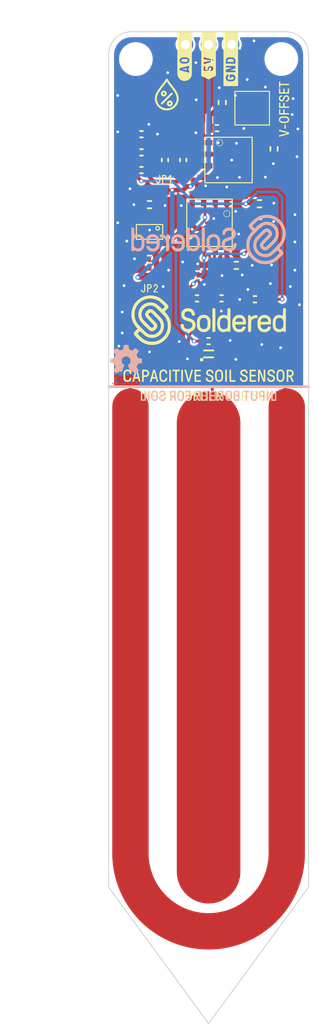
<source format=kicad_pcb>
(kicad_pcb (version 20211014) (generator pcbnew)
  (layers (0 "F.Cu" signal) (31 "B.Cu" signal) (34 "B.Paste" user) (35 "F.Paste" user) (36 "B.SilkS" user "B.Silkscreen") (37 "F.SilkS" user "F.Silkscreen") (38 "B.Mask" user) (39 "F.Mask" user) (44 "Edge.Cuts" user))
  (net 0 "")
  (net 1 "/Vsen")
  (net 2 "GND")
  (net 3 "Net-(C2-Pad2)")
  (net 4 "Net-(C7-Pad1)")
  (net 5 "3V3")
  (net 6 "Net-(C4-Pad2)")
  (net 7 "Net-(C5-Pad2)")
  (net 8 "Net-(D1-Pad1)")
  (net 9 "5V")
  (net 10 "Net-(R2-Pad2)")
  (net 12 "/Out")
  (net 13 "Net-(R3-Pad1)")
  (net 14 "Net-(R5-Pad2)")
  (net 15 "Net-(R6-Pad1)")
  (net 16 "Net-(R10-Pad1)")
  (net 17 "Net-(R10-Pad2)")
  (net 18 "Net-(U3-Pad6)")
  (footprint "e-radionica.com footprinti:0603R" (layer "F.Cu") (at 89.7125 63.3)
    (fp_text reference "R5")
    (fp_text value "10k")
    (pad "1" smd rect locked (at -0.775 0 90) (size 1 0.64) (layers "F.Cu" "F.Paste" "F.Mask") (net 1 "/Vsen"))
    (pad "2" smd rect locked (at 0.775 0 90) (size 1 0.64) (layers "F.Cu" "F.Paste" "F.Mask") (net 14 "Net-(R5-Pad2)"))
  )
  (footprint "e-radionica.com footprinti:0603C" (layer "F.Cu") (at 90.6 67.1)
    (fp_text reference "C5")
    (fp_text value "2.2uF")
    (pad "1" smd rect locked (at -0.73 0) (size 0.66 1) (layers "F.Cu" "F.Paste" "F.Mask") (net 2 "GND"))
    (pad "2" smd rect locked (at 0.73 0) (size 0.66 1) (layers "F.Cu" "F.Paste" "F.Mask") (net 7 "Net-(C5-Pad2)"))
  )
  (footprint "e-radionica.com footprinti:SMD_JUMPER" (layer "F.Cu") (at 90.6 75.1)
    (fp_text reference "JP2")
    (fp_text value "SMD_JUMPER")
    (pad "1" smd rect (at -0.35 0) (size 0.5 1) (layers "F.Cu" "F.Mask") (net 9 "5V"))
    (pad "2" smd rect (at 0.35 0) (size 0.5 1) (layers "F.Cu" "F.Mask") (net 5 "3V3"))
  )
  (footprint "buzzardLabel" (layer "F.Cu") (at 90.6 76.3)
    (fp_text reference "" (at 0 0) (layer "F.SilkS") (effects (font (size 1.27 1.27))))
    (fp_text value "" (at 0 0) (layer "F.SilkS") (effects (font (size 1.27 1.27))))
  )
  (footprint "buzzardLabel" (layer "F.Cu") (at 94.46 47.6 90)
    (fp_text reference "" (at 0 0.1 90) (layer "F.SilkS") (effects (font (size 1.27 1.27))))
    (fp_text value "" (at 0 0.1 90) (layer "F.SilkS") (effects (font (size 1.27 1.27))))
  )
  (footprint "e-radionica.com footprinti:0603C" (layer "F.Cu") (at 104.3 60.965 -90)
    (fp_text reference "C8")
    (fp_text value "100n")
    (pad "1" smd rect locked (at -0.73 0 270) (size 0.66 1) (layers "F.Cu" "F.Paste" "F.Mask") (net 9 "5V"))
    (pad "2" smd rect locked (at 0.73 0 270) (size 0.66 1) (layers "F.Cu" "F.Paste" "F.Mask") (net 2 "GND"))
  )
  (footprint "Soldered Graphics:Logo-Back-SolderedFULL-17mm" (layer "F.Cu") (at 97.1 70.93)
    (fp_text reference "REF**" hide)
    (fp_text value "Logo-Front-SolderedFULL-17mm" hide)
  )
  (footprint "e-radionica.com footprinti:0603R" (layer "F.Cu") (at 92.3 62.195 90)
    (fp_text reference "R11")
    (fp_text value "47k")
    (pad "1" smd rect locked (at -0.775 0 180) (size 1 0.64) (layers "F.Cu" "F.Paste" "F.Mask") (net 17 "Net-(R10-Pad2)"))
    (pad "2" smd rect locked (at 0.775 0 180) (size 1 0.64) (layers "F.Cu" "F.Paste" "F.Mask") (net 12 "/Out"))
  )
  (footprint "e-radionica.com footprinti:FIDUCIAL_23" (layer "F.Cu") (at 88.775 56.775)
    (fp_text reference "FD1")
    (fp_text value "FIDUCIAL")
    (fp_circle (center 0 0) (end 1 0) (layer "F.Cu") (width 0.2) (fill none))
    (pad "1" smd circle (at 0 0) (size 1 1) (layers "F.Cu" "F.Paste" "F.Mask") (clearance 1.1))
  )
  (footprint "e-radionica.com footprinti:0603R" (layer "F.Cu") (at 102.2 77.5 180)
    (fp_text reference "R1")
    (fp_text value "1M")
    (pad "1" smd rect locked (at -0.775 0 270) (size 1 0.64) (layers "F.Cu" "F.Paste" "F.Mask") (net 1 "/Vsen"))
    (pad "2" smd rect locked (at 0.775 0 270) (size 1 0.64) (layers "F.Cu" "F.Paste" "F.Mask") (net 2 "GND"))
  )
  (footprint "e-radionica.com footprinti:SMD-JUMPER-CONNECTED_TRACE_SLODERMASK" (layer "F.Cu") (at 92.2 65.5)
    (fp_text reference "JP1")
    (fp_text value "SMD-JUMPER-CONNECTED_TRACE_SLODERMASK")
    (fp_poly (pts (xy 0.1 0.1) (xy -0.1 0.1) (xy -0.1 -0.1) (xy 0.1 -0.1)) (layer "F.Cu") (width 0.1) (fill solid))
    (pad "1" smd rect (at -0.35 0) (size 0.5 1) (layers "F.Cu" "F.Mask") (net 7 "Net-(C5-Pad2)"))
    (pad "2" smd rect (at 0.35 0) (size 0.5 1) (layers "F.Cu" "F.Mask") (net 9 "5V"))
  )
  (footprint "e-radionica.com footprinti:0603C" (layer "F.Cu") (at 100.15 73.77 180)
    (fp_text reference "C3")
    (fp_text value "0.01uF")
    (pad "1" smd rect locked (at -0.73 0 180) (size 0.66 1) (layers "F.Cu" "F.Paste" "F.Mask") (net 2 "GND"))
    (pad "2" smd rect locked (at 0.73 0 180) (size 0.66 1) (layers "F.Cu" "F.Paste" "F.Mask") (net 5 "3V3"))
  )
  (footprint "e-radionica.com footprinti:SOIC−8" (layer "F.Cu") (at 97.2 69.1 -90)
    (fp_text reference "U1")
    (fp_text value "TLC555")
    (pad "1" smd rect locked (at -2.6 -1.905 270) (size 1.55 0.6) (layers "F.Cu" "F.Paste" "F.Mask") (net 2 "GND"))
    (pad "2" smd rect locked (at -2.6 -0.635 270) (size 1.55 0.6) (layers "F.Cu" "F.Paste" "F.Mask") (net 6 "Net-(C4-Pad2)"))
    (pad "3" smd rect locked (at -2.6 0.635 270) (size 1.55 0.6) (layers "F.Cu" "F.Paste" "F.Mask") (net 10 "Net-(R2-Pad2)"))
    (pad "4" smd rect locked (at -2.6 1.905 270) (size 1.55 0.6) (layers "F.Cu" "F.Paste" "F.Mask") (net 5 "3V3"))
    (pad "5" smd rect locked (at 2.6 1.905 270) (size 1.55 0.6) (layers "F.Cu" "F.Paste" "F.Mask") (net 3 "Net-(C2-Pad2)"))
    (pad "6" smd rect locked (at 2.6 0.635 270) (size 1.55 0.6) (layers "F.Cu" "F.Paste" "F.Mask") (net 6 "Net-(C4-Pad2)"))
    (pad "7" smd rect locked (at 2.6 -0.635 270) (size 1.55 0.6) (layers "F.Cu" "F.Paste" "F.Mask") (net 13 "Net-(R3-Pad1)"))
    (pad "8" smd rect locked (at 2.6 -1.905 270) (size 1.55 0.6) (layers "F.Cu" "F.Paste" "F.Mask") (net 5 "3V3"))
  )
  (footprint "e-radionica.com footprinti:0603C" (layer "F.Cu") (at 98.6 55.87 90)
    (fp_text reference "C7")
    (fp_text value "100n")
    (pad "1" smd rect locked (at -0.73 0 90) (size 0.66 1) (layers "F.Cu" "F.Paste" "F.Mask") (net 4 "Net-(C7-Pad1)"))
    (pad "2" smd rect locked (at 0.73 0 90) (size 0.66 1) (layers "F.Cu" "F.Paste" "F.Mask") (net 2 "GND"))
  )
  (footprint "e-radionica.com footprinti:SOD-323" (layer "F.Cu") (at 97.1 83.503198 180)
    (fp_text reference "D1")
    (fp_text value "BAT20J")
    (pad "1" smd rect locked (at -1.1 0 180) (size 0.8 0.5) (layers "F.Cu" "F.Paste" "F.Mask") (net 8 "Net-(D1-Pad1)"))
    (pad "2" smd rect locked (at 1.1 0 180) (size 0.8 0.5) (layers "F.Cu" "F.Paste" "F.Mask") (net 1 "/Vsen"))
  )
  (footprint "e-radionica.com footprinti:tc33x-2-103e" (layer "F.Cu") (at 101.9 56.5 90)
    (fp_text reference "R8")
    (fp_text value "tc33x-2-103e")
    (pad "1" smd rect (at -1 1.8 90) (size 1.2 1.2) (layers "F.Cu" "F.Paste" "F.Mask") (net 9 "5V"))
    (pad "2" smd rect (at 0 -1.45 90) (size 1.6 1.5) (layers "F.Cu" "F.Paste" "F.Mask") (net 4 "Net-(C7-Pad1)"))
    (pad "3" smd rect (at 1 1.8 90) (size 1.2 1.2) (layers "F.Cu" "F.Paste" "F.Mask") (net 2 "GND"))
  )
  (footprint "kibuzzard-6305B93F" (layer "F.Cu") (at 97.1 88.1)
    (fp_text reference "kibuzzard-6305B93F" hide)
    (fp_text value "G***" hide)
  )
  (footprint "e-radionica.com footprinti:0603R" (layer "F.Cu") (at 97.1 82.1 180)
    (fp_text reference "R2")
    (fp_text value "10K")
    (pad "1" smd rect locked (at -0.775 0 270) (size 1 0.64) (layers "F.Cu" "F.Paste" "F.Mask") (net 8 "Net-(D1-Pad1)"))
    (pad "2" smd rect locked (at 0.775 0 270) (size 1 0.64) (layers "F.Cu" "F.Paste" "F.Mask") (net 10 "Net-(R2-Pad2)"))
  )
  (footprint "buzzardLabel" (layer "F.Cu") (at 97.1 47.6 90)
    (fp_text reference "" (at 0 0 90) (layer "F.SilkS") (effects (font (size 1.27 1.27))))
    (fp_text value "" (at 0 0 90) (layer "F.SilkS") (effects (font (size 1.27 1.27))))
  )
  (footprint "kibuzzard-6305B80A" (layer "F.Cu") (at 97.1 85.9)
    (fp_text reference "kibuzzard-6305B80A" hide)
    (fp_text value "G***" hide)
  )
  (footprint "e-radionica.com footprinti:0603R" (layer "F.Cu") (at 95.825 77.4 180)
    (fp_text reference "R4")
    (fp_text value "1K6")
    (pad "1" smd rect locked (at -0.775 0 270) (size 1 0.64) (layers "F.Cu" "F.Paste" "F.Mask") (net 13 "Net-(R3-Pad1)"))
    (pad "2" smd rect locked (at 0.775 0 270) (size 1 0.64) (layers "F.Cu" "F.Paste" "F.Mask") (net 6 "Net-(C4-Pad2)"))
  )
  (footprint "e-radionica.com footprinti:0603R" (layer "F.Cu") (at 89.7125 61.36)
    (fp_text reference "R6")
    (fp_text value "47k")
    (pad "1" smd rect locked (at -0.775 0 90) (size 1 0.64) (layers "F.Cu" "F.Paste" "F.Mask") (net 15 "Net-(R6-Pad1)"))
    (pad "2" smd rect locked (at 0.775 0 90) (size 1 0.64) (layers "F.Cu" "F.Paste" "F.Mask") (net 14 "Net-(R5-Pad2)"))
  )
  (footprint "kibuzzard-623B1C7E" (layer "F.Cu") (at 105.4 56.6 90)
    (fp_text reference "kibuzzard-623B1C7E" hide)
    (fp_text value "G***" hide)
  )
  (footprint "e-radionica.com footprinti:0603R" (layer "F.Cu") (at 94.3 62.195 -90)
    (fp_text reference "R10")
    (fp_text value "100k")
    (pad "1" smd rect locked (at -0.775 0) (size 1 0.64) (layers "F.Cu" "F.Paste" "F.Mask") (net 16 "Net-(R10-Pad1)"))
    (pad "2" smd rect locked (at 0.775 0) (size 1 0.64) (layers "F.Cu" "F.Paste" "F.Mask") (net 17 "Net-(R10-Pad2)"))
  )
  (footprint "Soldered Graphics:Logo-Back-OSH-3.5mm" (layer "F.Cu") (at 88.03 84.09)
    (fp_text reference "G***" hide)
    (fp_text value "LOGO" hide)
  )
  (footprint "e-radionica.com footprinti:0603C" (layer "F.Cu") (at 90.6 73.1)
    (fp_text reference "C6")
    (fp_text value "2.2uF")
    (pad "1" smd rect locked (at -0.73 0) (size 0.66 1) (layers "F.Cu" "F.Paste" "F.Mask") (net 2 "GND"))
    (pad "2" smd rect locked (at 0.73 0) (size 0.66 1) (layers "F.Cu" "F.Paste" "F.Mask") (net 5 "3V3"))
  )
  (footprint "buzzardLabel" (layer "F.Cu") (at 99.54 47.6 90)
    (fp_text reference "" (at 0 0.1 90) (layer "F.SilkS") (effects (font (size 1.27 1.27))))
    (fp_text value "" (at 0 0.1 90) (layer "F.SilkS") (effects (font (size 1.27 1.27))))
  )
  (footprint "e-radionica.com footprinti:SOT-23-5" (layer "F.Cu") (at 90.6 70.1 -90)
    (fp_text reference "U2")
    (fp_text value "SE5218")
    (pad "1" smd rect (at -1.3 -0.95 270) (size 1.1 0.6) (layers "F.Cu" "F.Paste" "F.Mask") (net 7 "Net-(C5-Pad2)"))
    (pad "2" smd rect (at -1.3 0 270) (size 1.1 0.6) (layers "F.Cu" "F.Paste" "F.Mask") (net 2 "GND"))
    (pad "3" smd rect (at -1.3 0.95 270) (size 1.1 0.6) (layers "F.Cu" "F.Paste" "F.Mask") (net 7 "Net-(C5-Pad2)"))
    (pad "4" smd rect (at 1.3 0.95 270) (size 1.1 0.6) (layers "F.Cu" "F.Paste" "F.Mask"))
    (pad "5" smd rect (at 1.3 -0.95 270) (size 1.1 0.6) (layers "F.Cu" "F.Paste" "F.Mask") (net 5 "3V3"))
  )
  (footprint "Soldered Graphics:Symbol-Front-Humidity" (layer "F.Cu") (at 92.5 55)
    (fp_text reference "G***" hide)
    (fp_text value "LOGO" hide)
  )
  (footprint "e-radionica.com footprinti:0603R" (layer "F.Cu") (at 98.025 58.695)
    (fp_text reference "R9")
    (fp_text value "10k")
    (pad "1" smd rect locked (at -0.775 0 90) (size 1 0.64) (layers "F.Cu" "F.Paste" "F.Mask") (net 4 "Net-(C7-Pad1)"))
    (pad "2" smd rect locked (at 0.775 0 90) (size 1 0.64) (layers "F.Cu" "F.Paste" "F.Mask") (net 16 "Net-(R10-Pad1)"))
  )
  (footprint "e-radionica.com footprinti:0603C" (layer "F.Cu") (at 102.7 69.1 180)
    (fp_text reference "C4")
    (fp_text value "470pF")
    (pad "1" smd rect locked (at -0.73 0 180) (size 0.66 1) (layers "F.Cu" "F.Paste" "F.Mask") (net 2 "GND"))
    (pad "2" smd rect locked (at 0.73 0 180) (size 0.66 1) (layers "F.Cu" "F.Paste" "F.Mask") (net 6 "Net-(C4-Pad2)"))
  )
  (footprint "e-radionica.com footprinti:SOIC−8" (layer "F.Cu") (at 99.3 62.195)
    (fp_text reference "U3")
    (fp_text value "MC33202DR2G")
    (pad "1" smd rect (at -2.6 -1.905) (size 1.65 0.6) (layers "F.Cu" "F.Paste" "F.Mask") (net 12 "/Out"))
    (pad "2" smd rect (at -2.6 -0.635) (size 1.65 0.6) (layers "F.Cu" "F.Paste" "F.Mask") (net 16 "Net-(R10-Pad1)"))
    (pad "3" smd rect (at -2.6 0.635) (size 1.65 0.6) (layers "F.Cu" "F.Paste" "F.Mask") (net 14 "Net-(R5-Pad2)"))
    (pad "4" smd rect (at -2.6 1.905) (size 1.65 0.6) (layers "F.Cu" "F.Paste" "F.Mask") (net 2 "GND"))
    (pad "5" smd rect (at 2.6 1.905) (size 1.65 0.6) (layers "F.Cu" "F.Paste" "F.Mask") (net 2 "GND"))
    (pad "6" smd rect (at 2.6 0.635) (size 1.65 0.6) (layers "F.Cu" "F.Paste" "F.Mask") (net 18 "Net-(U3-Pad6)"))
    (pad "7" smd rect (at 2.6 -0.635) (size 1.65 0.6) (layers "F.Cu" "F.Paste" "F.Mask") (net 18 "Net-(U3-Pad6)"))
    (pad "8" smd rect (at 2.6 -1.905) (size 1.65 0.6) (layers "F.Cu" "F.Paste" "F.Mask") (net 9 "5V"))
  )
  (footprint "e-radionica.com footprinti:HOLE_3.2mm" (layer "F.Cu") (at 89.1 51.1)
    (fp_text reference "H1" hide)
    (fp_text value "HOLE_3.2mm" hide)
    (pad "" np_thru_hole circle locked (at 0 0) (size 3.2 3.2) (drill 3.2) (layers F&B.Cu *.Mask))
  )
  (footprint "buzzardLabel" (layer "F.Cu") (at 92.16 64.3)
    (fp_text reference "" (at 0 0) (layer "F.SilkS") (effects (font (size 1.27 1.27))))
    (fp_text value "" (at 0 0) (layer "F.SilkS") (effects (font (size 1.27 1.27))))
  )
  (footprint "e-radionica.com footprinti:0603R" (layer "F.Cu") (at 89.7125 59.36 180)
    (fp_text reference "R7")
    (fp_text value "100k")
    (pad "1" smd rect locked (at -0.775 0 270) (size 1 0.64) (layers "F.Cu" "F.Paste" "F.Mask") (net 2 "GND"))
    (pad "2" smd rect locked (at 0.775 0 270) (size 1 0.64) (layers "F.Cu" "F.Paste" "F.Mask") (net 15 "Net-(R6-Pad1)"))
  )
  (footprint "Soldered Graphics:Logo-Front-SolderedFULL-17mm" (layer "F.Cu") (at 97.1 79.8)
    (fp_text reference "REF**" hide)
    (fp_text value "Logo-Front-SolderedFULL-17mm" hide)
  )
  (footprint "e-radionica.com footprinti:HOLE_3.2mm" (layer "F.Cu") (at 105.1 51.1)
    (fp_text reference "H2" hide)
    (fp_text value "HOLE_3.2mm" hide)
    (pad "" np_thru_hole circle locked (at 0 0) (size 3.2 3.2) (drill 3.2) (layers F&B.Cu *.Mask))
  )
  (footprint "e-radionica.com footprinti:0603C" (layer "F.Cu") (at 95.925 74.8 180)
    (fp_text reference "C2")
    (fp_text value "10nF")
    (pad "1" smd rect locked (at -0.73 0 180) (size 0.66 1) (layers "F.Cu" "F.Paste" "F.Mask") (net 2 "GND"))
    (pad "2" smd rect locked (at 0.73 0 180) (size 0.66 1) (layers "F.Cu" "F.Paste" "F.Mask") (net 3 "Net-(C2-Pad2)"))
  )
  (footprint "e-radionica.com footprinti:0603C" (layer "F.Cu") (at 102.7 67)
    (fp_text reference "C1")
    (fp_text value "1uF")
    (pad "1" smd rect locked (at -0.73 0) (size 0.66 1) (layers "F.Cu" "F.Paste" "F.Mask") (net 1 "/Vsen"))
    (pad "2" smd rect locked (at 0.73 0) (size 0.66 1) (layers "F.Cu" "F.Paste" "F.Mask") (net 2 "GND"))
  )
  (footprint "e-radionica.com footprinti:0603R" (layer "F.Cu") (at 98.525 77.4)
    (fp_text reference "R3")
    (fp_text value "330R")
    (pad "1" smd rect locked (at -0.775 0 90) (size 1 0.64) (layers "F.Cu" "F.Paste" "F.Mask") (net 13 "Net-(R3-Pad1)"))
    (pad "2" smd rect locked (at 0.775 0 90) (size 1 0.64) (layers "F.Cu" "F.Paste" "F.Mask") (net 5 "3V3"))
  )
  (footprint "e-radionica.com footprinti:HEADER_MALE_3X1" (layer "B.Cu") (at 97.1 49.5)
    (fp_text reference "K1")
    (fp_text value "HEADER_MALE_3X1")
    (pad "1" thru_hole circle (at -2.54 0) (size 1.7 1.7) (drill 1) (layers *.Cu *.Mask) (net 12 "/Out"))
    (pad "2" thru_hole circle (at 0 0) (size 1.7 1.7) (drill 1) (layers *.Cu *.Mask) (net 9 "5V"))
    (pad "3" thru_hole circle (at 2.54 0) (size 1.7 1.7) (drill 1) (layers *.Cu *.Mask) (net 2 "GND"))
  )
  (footprint "Soldered Graphics:Version1.2.2." (layer "B.Cu") (at 87.9 86.425 180)
    (fp_text reference "REF**" hide)
    (fp_text value "Version1.2.2." hide)
    (fp_poly (pts (xy -0.41 -0.38) (xy -0.36 -0.38) (xy -0.3 -0.37) (xy -0.3 -0.33) (xy -0.3 -0.27) (xy -0.34 -0.26) (xy -0.39 -0.26) (xy -0.42 -0.29) (xy -0.42 -0.34) (xy -0.41 -0.38)) (layer "B.Cu") (width 0.01) (fill solid))
    (fp_poly (pts (xy 1.27 -0.38) (xy 1.32 -0.38) (xy 1.38 -0.37) (xy 1.38 -0.33) (xy 1.38 -0.27) (xy 1.34 -0.26) (xy 1.29 -0.26) (xy 1.26 -0.29) (xy 1.26 -0.34) (xy 1.27 -0.38)) (layer "B.Cu") (width 0.01) (fill solid))
    (fp_poly (pts (xy 0.75 -0.35) (xy 1.08 -0.35) (xy 1.12 -0.33) (xy 1.12 -0.28) (xy 1.08 -0.27) (xy 0.86 -0.27) (xy 0.87 -0.23) (xy 1.04 -0.02) (xy 1.07 0.03) (xy 1.09 0.08) (xy 1.11 0.13) (xy 1.11 0.18) (xy 1.1 0.24) (xy 1.09 0.29) (xy 1.06 0.32) (xy 1.01 0.36) (xy 0.96 0.38) (xy 0.9 0.38) (xy 0.84 0.36) (xy 0.8 0.32) (xy 0.77 0.29) (xy 0.75 0.24) (xy 0.74 0.19) (xy 0.75 0.14) (xy 0.81 0.14) (xy 0.83 0.18) (xy 0.84 0.23) (xy 0.87 0.27) (xy 0.92 0.29) (xy 0.97 0.29) (xy 1.01 0.24) (xy 1.02 0.19) (xy 1.01 0.14) (xy 1 0.09) (xy 0.97 0.04) (xy 0.76 -0.21) (xy 0.73 -0.26) (xy 0.73 -0.31) (xy 0.75 -0.35)) (layer "B.Cu") (width 0.01) (fill solid))
    (fp_poly (pts (xy -1.29 -0.35) (xy -1.23 -0.35) (xy -1.21 -0.31) (xy -1.05 0.1) (xy -1.07 0.13) (xy -1.13 0.13) (xy -1.15 0.1) (xy -1.24 -0.16) (xy -1.26 -0.21) (xy -1.29 -0.17) (xy -1.37 0.09) (xy -1.4 0.13) (xy -1.46 0.13) (xy -1.48 0.1) (xy -1.32 -0.31) (xy -1.29 -0.35)) (layer "B.Cu") (width 0.01) (fill solid))
    (fp_poly (pts (xy 0.43 -0.38) (xy 0.48 -0.38) (xy 0.54 -0.37) (xy 0.54 -0.33) (xy 0.54 -0.27) (xy 0.5 -0.26) (xy 0.45 -0.26) (xy 0.42 -0.29) (xy 0.42 -0.34) (xy 0.43 -0.38)) (layer "B.Cu") (width 0.01) (fill solid))
    (fp_poly (pts (xy -0.63 -0.35) (xy -0.58 -0.35) (xy -0.56 -0.31) (xy -0.56 0.35) (xy -0.6 0.38) (xy -0.65 0.38) (xy -0.69 0.34) (xy -0.8 0.22) (xy -0.82 0.17) (xy -0.79 0.16) (xy -0.7 0.22) (xy -0.66 0.23) (xy -0.66 -0.31) (xy -0.63 -0.35)) (layer "B.Cu") (width 0.01) (fill solid))
    (fp_poly (pts (xy -0.09 -0.35) (xy 0.24 -0.35) (xy 0.28 -0.33) (xy 0.28 -0.28) (xy 0.24 -0.27) (xy 0.02 -0.27) (xy 0.03 -0.23) (xy 0.2 -0.02) (xy 0.23 0.03) (xy 0.25 0.08) (xy 0.27 0.13) (xy 0.27 0.18) (xy 0.26 0.24) (xy 0.25 0.29) (xy 0.22 0.32) (xy 0.17 0.36) (xy 0.12 0.38) (xy 0.06 0.38) (xy 0 0.36) (xy -0.04 0.32) (xy -0.07 0.29) (xy -0.09 0.24) (xy -0.1 0.19) (xy -0.09 0.14) (xy -0.03 0.14) (xy -0.01 0.18) (xy 0 0.23) (xy 0.03 0.27) (xy 0.08 0.29) (xy 0.13 0.29) (xy 0.17 0.24) (xy 0.18 0.19) (xy 0.17 0.14) (xy 0.16 0.09) (xy 0.13 0.04) (xy -0.08 -0.21) (xy -0.11 -0.26) (xy -0.11 -0.31) (xy -0.09 -0.35)) (layer "B.Cu") (width 0.01) (fill solid))
  )
  (footprint "kibuzzard-6305B93F" (layer "B.Cu") (at 97.1 88.1 180)
    (fp_text reference "kibuzzard-6305B93F" hide)
    (fp_text value "G***" hide)
  )
  (gr_line (start 97.1 140.4) (end 97.1 91.1) (layer "F.Cu") (width 7))
  (gr_line (start 105.7 138.069599) (end 105.7 89.3) (layer "F.Cu") (width 4))
  (gr_line (start 88.5 138.069599) (end 88.5 89.3) (layer "F.Cu") (width 4))
  (gr_arc (start 105.699997 138.569597) (mid 96.849125 146.949669) (end 88.5 138.069599) (layer "F.Cu") (width 4))
  (gr_line (start 86.2 87.1) (end 108.1 87.1) (layer "B.SilkS") (width 0.3))
  (gr_line (start 86.1 87.1) (end 108.1 87.1) (layer "F.SilkS") (width 0.3))
  (gr_line (start 88.6 48.1) (end 105.6 48.1) (layer "Edge.Cuts") (width 0.1))
  (gr_arc (start 105.6 48.1) (mid 107.367767 48.832233) (end 108.1 50.6) (layer "Edge.Cuts") (width 0.1))
  (gr_line (start 97.1 157.1) (end 86.1 142.1) (layer "Edge.Cuts") (width 0.1))
  (gr_line (start 108.1 50.6) (end 108.1 142.1) (layer "Edge.Cuts") (width 0.1))
  (gr_arc (start 86.1 50.6) (mid 86.832233 48.832233) (end 88.6 48.1) (layer "Edge.Cuts") (width 0.1))
  (gr_line (start 86.1 142.1) (end 86.1 50.6) (layer "Edge.Cuts") (width 0.1))
  (gr_line (start 97.1 157.1) (end 108.1 142.1) (layer "Edge.Cuts") (width 0.1))
  (segment (start 88.9375 63.7375) (end 89.7 64.5) (width 0.4) (layer "F.Cu") (net 1))
  (segment (start 96 80.4) (end 94.900489 81.499511) (width 0.3) (layer "F.Cu") (net 1))
  (segment (start 95.403198 83.503198) (end 96 83.503198) (width 0.3) (layer "F.Cu") (net 1))
  (segment (start 94.900489 81.499511) (end 94.900489 83.000489) (width 0.3) (layer "F.Cu") (net 1))
  (segment (start 88.9375 63.3) (end 88.9375 63.7375) (width 0.4) (layer "F.Cu") (net 1))
  (segment (start 105.2 77.5) (end 102.975 77.5) (width 0.3) (layer "F.Cu") (net 1))
  (segment (start 101.56 80.4) (end 96 80.4) (width 0.3) (layer "F.Cu") (net 1))
  (segment (start 102.975 77.5) (end 102.975 78.985) (width 0.3) (layer "F.Cu") (net 1))
  (segment (start 94.900489 83.000489) (end 95.403198 83.503198) (width 0.3) (layer "F.Cu") (net 1))
  (segment (start 102.975 78.985) (end 101.56 80.4) (width 0.3) (layer "F.Cu") (net 1))
  (segment (start 101.97 67) (end 101.2 67) (width 0.3) (layer "F.Cu") (net 1))
  (via (at 105.2 77.5) (size 0.5) (drill 0.3) (layers "F.Cu" "B.Cu") (net 1))
  (via (at 101.2 67) (size 0.5) (drill 0.3) (layers "F.Cu" "B.Cu") (net 1))
  (via (at 89.7 64.5) (size 0.5) (drill 0.3) (layers "F.Cu" "B.Cu") (net 1))
  (segment (start 105.2 77.5) (end 105.2 66.3) (width 0.3) (layer "B.Cu") (net 1))
  (segment (start 102.5 65.7) (end 101.2 67) (width 0.3) (layer "B.Cu") (net 1))
  (segment (start 93.1 64.5) (end 89.7 64.5) (width 0.3) (layer "B.Cu") (net 1))
  (segment (start 104.6 65.7) (end 102.5 65.7) (width 0.3) (layer "B.Cu") (net 1))
  (segment (start 105.2 66.3) (end 104.6 65.7) (width 0.3) (layer "B.Cu") (net 1))
  (segment (start 101.2 67) (end 95.6 67) (width 0.3) (layer "B.Cu") (net 1))
  (segment (start 95.6 67) (end 93.1 64.5) (width 0.3) (layer "B.Cu") (net 1))
  (segment (start 105.5 89.9) (end 105.5 84.5) (width 0.3) (layer "F.Cu") (net 2))
  (segment (start 88.5 84.3) (end 88.5 89.7) (width 0.3) (layer "F.Cu") (net 2))
  (via (at 98.5 78.8) (size 0.5) (drill 0.3) (layers "F.Cu" "B.Cu") (net 2))
  (via (at 98.575 74.9) (size 0.5) (drill 0.3) (layers "F.Cu" "B.Cu") (net 2))
  (via (at 95.74 55.58) (size 0.5) (drill 0.3) (layers "F.Cu" "B.Cu") (net 2))
  (via (at 95.7 51.5) (size 0.5) (drill 0.3) (layers "F.Cu" "B.Cu") (net 2))
  (via (at 90.525 58.275) (size 0.5) (drill 0.3) (layers "F.Cu" "B.Cu") (net 2))
  (via (at 92.7 74.3) (size 0.5) (drill 0.3) (layers "F.Cu" "B.Cu") (net 2))
  (via (at 100.08 67.84) (size 0.5) (drill 0.3) (layers "F.Cu" "B.Cu") (net 2))
  (via (at 100.1 84.1) (size 0.5) (drill 0.3) (layers "F.Cu" "B.Cu") (net 2))
  (via (at 95.9 73.6) (size 0.5) (drill 0.3) (layers "F.Cu" "B.Cu") (net 2))
  (via (at 92.3 67.2) (size 0.5) (drill 0.3) (layers "F.Cu" "B.Cu") (net 2))
  (via (at 101.35 53.35) (size 0.5) (drill 0.3) (layers "F.Cu" "B.Cu") (net 2))
  (via (at 87.1 69.1) (size 0.5) (drill 0.3) (layers "F.Cu" "B.Cu") (net 2))
  (via (at 87.1 59.1) (size 0.5) (drill 0.3) (layers "F.Cu" "B.Cu") (net 2))
  (via (at 103.35 54.175) (size 0.5) (drill 0.3) (layers "F.Cu" "B.Cu") (net 2))
  (via (at 106.6 74.3) (size 0.5) (drill 0.3) (layers "F.Cu" "B.Cu") (net 2))
  (via (at 91.475 59.35) (size 0.5) (drill 0.3) (layers "F.Cu" "B.Cu") (net 2))
  (via (at 104.26 68.95) (size 0.5) (drill 0.3) (layers "F.Cu" "B.Cu") (net 2))
  (via (at 101.425 76.425) (size 0.5) (drill 0.3) (layers "F.Cu" "B.Cu") (net 2))
  (via (at 99.64 62.2) (size 0.5) (drill 0.3) (layers "F.Cu" "B.Cu") (net 2))
  (via (at 100.525 77.525) (size 0.5) (drill 0.3) (layers "F.Cu" "B.Cu") (net 2))
  (via (at 100.17 60.36) (size 0.5) (drill 0.3) (layers "F.Cu" "B.Cu") (net 2))
  (via (at 94.1 67.2) (size 0.5) (drill 0.3) (layers "F.Cu" "B.Cu") (net 2))
  (via (at 96.625 75.875) (size 0.5) (drill 0.3) (layers "F.Cu" "B.Cu") (net 2))
  (via (at 104.225 62.6) (size 0.5) (drill 0.3) (layers "F.Cu" "B.Cu") (net 2))
  (via (at 100.05 55.1) (size 0.5) (drill 0.3) (layers "F.Cu" "B.Cu") (net 2))
  (via (at 92.1 76.1) (size 0.5) (drill 0.3) (layers "F.Cu" "B.Cu") (net 2))
  (via (at 106.1 76.1) (size 0.5) (drill 0.3) (layers "F.Cu" "B.Cu") (net 2))
  (via (at 95.7 59.2) (size 0.5) (drill 0.3) (layers "F.Cu" "B.Cu") (net 2))
  (via (at 92.6 52.6) (size 0.5) (drill 0.3) (layers "F.Cu" "B.Cu") (net 2))
  (via (at 106.925 58.775) (size 0.5) (drill 0.3) (layers "F.Cu" "B.Cu") (net 2))
  (via (at 96.775 65.025) (size 0.5) (drill 0.3) (layers "F.Cu" "B.Cu") (net 2))
  (via (at 88.45 65.35) (size 0.5) (drill 0.3) (layers "F.Cu" "B.Cu") (net 2))
  (via (at 106.4 55.45) (size 0.5) (drill 0.3) (layers "F.Cu" "B.Cu") (net 2))
  (via (at 102.1 49.1) (size 0.5) (drill 0.3) (layers "F.Cu" "B.Cu") (net 2))
  (via (at 88.95 73.05) (size 0.5) (drill 0.3) (layers "F.Cu" "B.Cu") (net 2))
  (via (at 87.1 55.1) (size 0.5) (drill 0.3) (layers "F.Cu" "B.Cu") (net 2))
  (via (at 99.475 82.025) (size 0.5) (drill 0.3) (layers "F.Cu" "B.Cu") (net 2))
  (via (at 101.9 73.775) (size 0.5) (drill 0.3) (layers "F.Cu" "B.Cu") (net 2))
  (via (at 87.8 76) (size 0.5) (drill 0.3) (layers "F.Cu" "B.Cu") (net 2))
  (via (at 87.6 78.9) (size 0.5) (drill 0.3) (layers "F.Cu" "B.Cu") (net 2))
  (via (at 88.875 67.1) (size 0.5) (drill 0.3) (layers "F.Cu" "B.Cu") (net 2))
  (via (at 104.28 66.94) (size 0.5) (drill 0.3) (layers "F.Cu" "B.Cu") (net 2))
  (via (at 88.1 71.1) (size 0.5) (drill 0.3) (layers "F.Cu" "B.Cu") (net 2))
  (via (at 94.775 84.05) (size 0.5) (drill 0.3) (layers "F.Cu" "B.Cu") (net 2))
  (via (at 94.25 73.4) (size 0.5) (drill 0.3) (layers "F.Cu" "B.Cu") (net 2))
  (via (at 87.225 82.65) (size 0.5) (drill 0.3) (layers "F.Cu" "B.Cu") (net 2))
  (via (at 93.875 82.15) (size 0.5) (drill 0.3) (layers "F.Cu" "B.Cu") (net 2))
  (via (at 106.6 68.2) (size 0.5) (drill 0.3) (layers "F.Cu" "B.Cu") (net 2))
  (via (at 90.6 83.275) (size 0.5) (drill 0.3) (layers "F.Cu" "B.Cu") (net 2))
  (via (at 98.275 54.25) (size 0.5) (drill 0.3) (layers "F.Cu" "B.Cu") (net 2))
  (via (at 106.3 57.2) (size 0.5) (drill 0.3) (layers "F.Cu" "B.Cu") (net 2))
  (via (at 103.9 75.775) (size 0.5) (drill 0.3) (layers "F.Cu" "B.Cu") (net 2))
  (via (at 90.61 69.89) (size 0.5) (drill 0.3) (layers "F.Cu" "B.Cu") (net 2))
  (via (at 103.35 64.075) (size 0.5) (drill 0.3) (layers "F.Cu" "B.Cu") (net 2))
  (via (at 106.825 61.825) (size 0.5) (drill 0.3) (layers "F.Cu" "B.Cu") (net 2))
  (via (at 100.5 64.1) (size 0.5) (drill 0.3) (layers "F.Cu" "B.Cu") (net 2))
  (via (at 99.1 65.15) (size 0.5) (drill 0.3) (layers "F.Cu" "B.Cu") (net 2))
  (via (at 100.41 70.33) (size 0.5) (drill 0.3) (layers "F.Cu" "B.Cu") (net 2))
  (via (at 105.025 82.825) (size 0.5) (drill 0.3) (layers "F.Cu" "B.Cu") (net 2))
  (via (at 100.98 58.73) (size 0.5) (drill 0.3) (layers "F.Cu" "B.Cu") (net 2))
  (via (at 106.6 71.2) (size 0.5) (drill 0.3) (layers "F.Cu" "B.Cu") (net 2))
  (via (at 98.15 60.29) (size 0.5) (drill 0.3) (layers "F.Cu" "B.Cu") (net 2))
  (via (at 102.95 82.475) (size 0.5) (drill 0.3) (layers "F.Cu" "B.Cu") (net 2))
  (via (at 104.025 73.725) (size 0.5) (drill 0.3) (layers "F.Cu" "B.Cu") (net 2))
  (via (at 87.6 81.2) (size 0.5) (drill 0.3) (layers "F.Cu" "B.Cu") (net 2))
  (via (at 98.075 64.125) (size 0.5) (drill 0.3) (layers "F.Cu" "B.Cu") (net 2))
  (via (at 100.8 74.825) (size 0.5) (drill 0.3) (layers "F.Cu" "B.Cu") (net 2))
  (via (at 107.1 78.1) (size 0.5) (drill 0.3) (layers "F.Cu" "B.Cu") (net 2))
  (via (at 97.67 68.63) (size 0.5) (drill 0.3) (layers "F.Cu" "B.Cu") (net 2))
  (segment (start 95.195 74.8) (end 95.195 71.8) (width 0.3) (layer "F.Cu") (net 3))
  (segment (start 98.6 56.6) (end 100.35 56.6) (width 0.5) (layer "F.Cu") (net 4))
  (segment (start 97.97 56.6) (end 98.6 56.6) (width 0.5) (layer "F.Cu") (net 4))
  (segment (start 97.25 58.695) (end 97.25 57.32) (width 0.5) (layer "F.Cu") (net 4))
  (segment (start 100.35 56.6) (end 100.45 56.5) (width 0.5) (layer "F.Cu") (net 4))
  (segment (start 97.25 57.32) (end 97.97 56.6) (width 0.5) (layer "F.Cu") (net 4))
  (segment (start 99.375 77.325) (end 99.375 73.815) (width 0.5) (layer "F.Cu") (net 5))
  (segment (start 99.105 70.48) (end 98.375 69.75) (width 0.5) (layer "F.Cu") (net 5))
  (segment (start 95.295 69.295) (end 95.295 68.73) (width 0.5) (layer "F.Cu") (net 5))
  (segment (start 91.325 73.105) (end 91.33 73.1) (width 0.5) (layer "F.Cu") (net 5))
  (segment (start 99.105 71.7) (end 99.105 70.48) (width 0.5) (layer "F.Cu") (net 5))
  (segment (start 95.295 68.73) (end 92.625 71.4) (width 0.5) (layer "F.Cu") (net 5))
  (segment (start 99.3 77.4) (end 99.375 77.325) (width 0.5) (layer "F.Cu") (net 5))
  (segment (start 91.55 72.075) (end 91.3 72.325) (width 0.5) (layer "F.Cu") (net 5))
  (segment (start 90.95 75.1) (end 91.325 74.725) (width 0.5) (layer "F.Cu") (net 5))
  (segment (start 98.375 69.75) (end 95.75 69.75) (width 0.5) (layer "F.Cu") (net 5))
  (segment (start 99.375 73.815) (end 99.42 73.77) (width 0.5) (layer "F.Cu") (net 5))
  (segment (start 95.295 66.5) (end 95.295 68.73) (width 0.5) (layer "F.Cu") (net 5))
  (segment (start 99.1 72.85) (end 99.1 71.705) (width 0.5) (layer "F.Cu") (net 5))
  (segment (start 99.42 73.77) (end 99.42 73.17) (width 0.5) (layer "F.Cu") (net 5))
  (segment (start 91.3 72.325) (end 91.3 73.07) (width 0.5) (layer "F.Cu") (net 5))
  (segment (start 99.1 71.705) (end 99.105 71.7) (width 0.5) (layer "F.Cu") (net 5))
  (segment (start 91.325 74.725) (end 91.325 73.105) (width 0.5) (layer "F.Cu") (net 5))
  (segment (start 92.625 71.4) (end 91.55 71.4) (width 0.5) (layer "F.Cu") (net 5))
  (segment (start 95.75 69.75) (end 95.295 69.295) (width 0.5) (layer "F.Cu") (net 5))
  (segment (start 91.55 71.4) (end 91.55 72.075) (width 0.5) (layer "F.Cu") (net 5))
  (segment (start 99.42 73.17) (end 99.1 72.85) (width 0.5) (layer "F.Cu") (net 5))
  (segment (start 91.3 73.07) (end 91.33 73.1) (width 0.5) (layer "F.Cu") (net 5))
  (segment (start 97.835 66.5) (end 97.835 67.315) (width 0.3) (layer "F.Cu") (net 6))
  (segment (start 101.97 69.1) (end 101.97 71.53) (width 0.3) (layer "F.Cu") (net 6))
  (segment (start 96.59 72.96) (end 96.59 71.725) (width 0.3) (layer "F.Cu") (net 6))
  (segment (start 95.425 75.8) (end 95.05 76.175) (width 0.3) (layer "F.Cu") (net 6))
  (segment (start 101.97 71.53) (end 101 72.5) (width 0.3) (layer "F.Cu") (net 6))
  (segment (start 99.62 69.1) (end 101.97 69.1) (width 0.3) (layer "F.Cu") (net 6))
  (segment (start 95.05 76.175) (end 95.05 77.4) (width 0.3) (layer "F.Cu") (net 6))
  (segment (start 97.835 67.315) (end 99.62 69.1) (width 0.3) (layer "F.Cu") (net 6))
  (via (at 96.59 72.96) (size 0.5) (drill 0.3) (layers "F.Cu" "B.Cu") (net 6))
  (via (at 95.425 75.8) (size 0.5) (drill 0.3) (layers "F.Cu" "B.Cu") (net 6))
  (via (at 101 72.5) (size 0.5) (drill 0.3) (layers "F.Cu" "B.Cu") (net 6))
  (segment (start 96.59 74.635) (end 95.425 75.8) (width 0.3) (layer "B.Cu") (net 6))
  (segment (start 101 72.5) (end 97.05 72.5) (width 0.3) (layer "B.Cu") (net 6))
  (segment (start 97.05 72.5) (end 96.59 72.96) (width 0.3) (layer "B.Cu") (net 6))
  (segment (start 96.59 72.96) (end 96.59 74.635) (width 0.3) (layer "B.Cu") (net 6))
  (segment (start 91.4 67.17) (end 91.33 67.1) (width 0.3) (layer "F.Cu") (net 7))
  (segment (start 91.55 70.05) (end 91.55 68.8) (width 0.254) (layer "F.Cu") (net 7))
  (segment (start 89.65 70.073489) (end 90.086511 70.51) (width 0.254) (layer "F.Cu") (net 7))
  (segment (start 89.65 68.8) (end 89.65 70.073489) (width 0.254) (layer "F.Cu") (net 7))
  (segment (start 91.4 68.65) (end 91.4 67.17) (width 0.3) (layer "F.Cu") (net 7))
  (segment (start 91.33 67.1) (end 91.33 66.02) (width 0.3) (layer "F.Cu") (net 7))
  (segment (start 91.55 68.8) (end 91.4 68.65) (width 0.3) (layer "F.Cu") (net 7))
  (segment (start 91.33 66.02) (end 91.85 65.5) (width 0.3) (layer "F.Cu") (net 7))
  (segment (start 90.086511 70.51) (end 91.09 70.51) (width 0.254) (layer "F.Cu") (net 7))
  (segment (start 91.09 70.51) (end 91.55 70.05) (width 0.254) (layer "F.Cu") (net 7))
  (segment (start 98.2 85.4) (end 97.5 86.1) (width 0.3) (layer "F.Cu") (net 8))
  (segment (start 98.2 82.425) (end 97.875 82.1) (width 0.3) (layer "F.Cu") (net 8))
  (segment (start 97.5 86.1) (end 97.5 90.8) (width 0.3) (layer "F.Cu") (net 8))
  (segment (start 98.2 83.503198) (end 98.2 82.425) (width 0.3) (layer "F.Cu") (net 8))
  (segment (start 98.2 83.503198) (end 98.2 85.4) (width 0.3) (layer "F.Cu") (net 8))
  (segment (start 94.307569 65.5) (end 94.707569 65.1) (width 0.5) (layer "F.Cu") (net 9))
  (segment (start 104.245 60.29) (end 104.3 60.235) (width 0.5) (layer "F.Cu") (net 9))
  (segment (start 97.1 49.5) (end 97.1 50.475) (width 0.5) (layer "F.Cu") (net 9))
  (segment (start 103.7 57.5) (end 103.7 58.65) (width 0.5) (layer "F.Cu") (net 9))
  (segment (start 97.1 50.475) (end 102.225 55.6) (width 0.5) (layer "F.Cu") (net 9))
  (segment (start 102.225 57) (end 102.725 57.5) (width 0.5) (layer "F.Cu") (net 9))
  (segment (start 104.3 59.25) (end 104.3 60.235) (width 0.5) (layer "F.Cu") (net 9))
  (segment (start 92.55 65.5) (end 93.1 65.5) (width 0.3) (layer "F.Cu") (net 9))
  (segment (start 90.25 75.1) (end 89.3 75.1) (width 0.5) (layer "F.Cu") (net 9))
  (segment (start 102.225 55.6) (end 102.225 57) (width 0.5) (layer "F.Cu") (net 9))
  (segment (start 94.707569 65.1) (end 95.1 65.1) (width 0.5) (layer "F.Cu") (net 9))
  (segment (start 101.9 60.29) (end 104.245 60.29) (width 0.5) (layer "F.Cu") (net 9))
  (segment (start 93.1 65.5) (end 94.307569 65.5) (width 0.5) (layer "F.Cu") (net 9))
  (segment (start 102.725 57.5) (end 103.7 57.5) (width 0.5) (layer "F.Cu") (net 9))
  (segment (start 103.7 58.65) (end 104.3 59.25) (width 0.5) (layer "F.Cu") (net 9))
  (via (at 93.1 65.5) (size 0.5) (drill 0.3) (layers "F.Cu" "B.Cu") (net 9))
  (via (at 89.3 75.1) (size 0.5) (drill 0.3) (layers "F.Cu" "B.Cu") (net 9))
  (via (at 95.1 65.1) (size 0.5) (drill 0.3) (layers "F.Cu" "B.Cu") (net 9))
  (segment (start 97.1 63.1) (end 97.1 49.5) (width 0.5) (layer "B.Cu") (net 9))
  (segment (start 93.1 71.3) (end 93.1 65.5) (width 0.5) (layer "B.Cu") (net 9))
  (segment (start 89.3 75.1) (end 93.1 71.3) (width 0.5) (layer "B.Cu") (net 9))
  (segment (start 95.1 65.1) (end 97.1 63.1) (width 0.5) (layer "B.Cu") (net 9))
  (segment (start 96.7 68.5) (end 96.7 66.635) (width 0.3) (layer "F.Cu") (net 10))
  (segment (start 95.5 82.1) (end 96.325 82.1) (width 0.3) (layer "F.Cu") (net 10))
  (segment (start 96.7 66.635) (end 96.565 66.5) (width 0.3) (layer "F.Cu") (net 10))
  (via (at 95.5 82.1) (size 0.5) (drill 0.3) (layers "F.Cu" "B.Cu") (net 10))
  (via (at 96.7 68.5) (size 0.5) (drill 0.3) (layers "F.Cu" "B.Cu") (net 10))
  (segment (start 96.7 68.8) (end 96.7 68.5) (width 0.3) (layer "B.Cu") (net 10))
  (segment (start 93.5 72) (end 96.7 68.8) (width 0.3) (layer "B.Cu") (net 10))
  (segment (start 93.5 80.1) (end 93.5 72) (width 0.3) (layer "B.Cu") (net 10))
  (segment (start 95.5 82.1) (end 93.5 80.1) (width 0.3) (layer "B.Cu") (net 10))
  (segment (start 94.56 59.76) (end 95.09 60.29) (width 0.5) (layer "F.Cu") (net 12))
  (segment (start 92.3 60.8) (end 92.8 60.3) (width 0.5) (layer "F.Cu") (net 12))
  (segment (start 92.3 61.42) (end 92.3 60.8) (width 0.5) (layer "F.Cu") (net 12))
  (segment (start 95.09 60.29) (end 96.7 60.29) (width 0.5) (layer "F.Cu") (net 12))
  (segment (start 92.8 60.3) (end 94.02 60.3) (width 0.5) (layer "F.Cu") (net 12))
  (segment (start 94.56 49.5) (end 94.56 59.76) (width 0.5) (layer "F.Cu") (net 12))
  (segment (start 94.02 60.3) (end 94.56 59.76) (width 0.5) (layer "F.Cu") (net 12))
  (segment (start 96.6 77.4) (end 97.75 77.4) (width 0.3) (layer "F.Cu") (net 13))
  (segment (start 97.75 77.4) (end 97.75 71.785) (width 0.3) (layer "F.Cu") (net 13))
  (segment (start 91.1 64.57) (end 94.319022 64.57) (width 0.4) (layer "F.Cu") (net 14))
  (segment (start 95.67 62.83) (end 96.7 62.83) (width 0.4) (layer "F.Cu") (net 14))
  (segment (start 90.4875 63.9575) (end 91.1 64.57) (width 0.4) (layer "F.Cu") (net 14))
  (segment (start 94.319022 64.57) (end 95.199511 63.689511) (width 0.4) (layer "F.Cu") (net 14))
  (segment (start 90.4875 61.36) (end 90.4875 63.9575) (width 0.4) (layer "F.Cu") (net 14))
  (segment (start 95.199511 63.689511) (end 95.199511 63.300489) (width 0.4) (layer "F.Cu") (net 14))
  (segment (start 95.199511 63.300489) (end 95.67 62.83) (width 0.4) (layer "F.Cu") (net 14))
  (segment (start 88.9375 61.36) (end 88.9375 59.36) (width 0.4) (layer "F.Cu") (net 15))
  (segment (start 94.3 61.42) (end 95.35 61.42) (width 0.4) (layer "F.Cu") (net 16))
  (segment (start 98.25 61.56) (end 96.7 61.56) (width 0.4) (layer "F.Cu") (net 16))
  (segment (start 98.8 58.695) (end 98.8 61.01) (width 0.4) (layer "F.Cu") (net 16))
  (segment (start 98.8 61.01) (end 98.25 61.56) (width 0.4) (layer "F.Cu") (net 16))
  (segment (start 95.49 61.56) (end 96.7 61.56) (width 0.4) (layer "F.Cu") (net 16))
  (segment (start 95.35 61.42) (end 95.49 61.56) (width 0.4) (layer "F.Cu") (net 16))
  (segment (start 94.3 62.97) (end 92.3 62.97) (width 0.4) (layer "F.Cu") (net 17))
  (segment (start 103.1 61.7) (end 103.1 62.6) (width 0.25) (layer "F.Cu") (net 18))
  (segment (start 102.87 62.83) (end 101.9 62.83) (width 0.25) (layer "F.Cu") (net 18))
  (segment (start 102.96 61.56) (end 103.1 61.7) (width 0.25) (layer "F.Cu") (net 18))
  (segment (start 101.9 61.56) (end 102.96 61.56) (width 0.25) (layer "F.Cu") (net 18))
  (segment (start 103.1 62.6) (end 102.87 62.83) (width 0.25) (layer "F.Cu") (net 18))
  (zone (net 2) (net_name "GND") (layers F&B.Cu) (connect_pads (clearance 0.254)) (min_thickness 0.254) (fill yes (thermal_gap 0.254) (thermal_bridge_width 0.4))
    (polygon (pts (xy 108.1 87.1) (xy 86.1 87.1) (xy 86.1 48.1) (xy 108.1 48.1)))
  )
)
</source>
